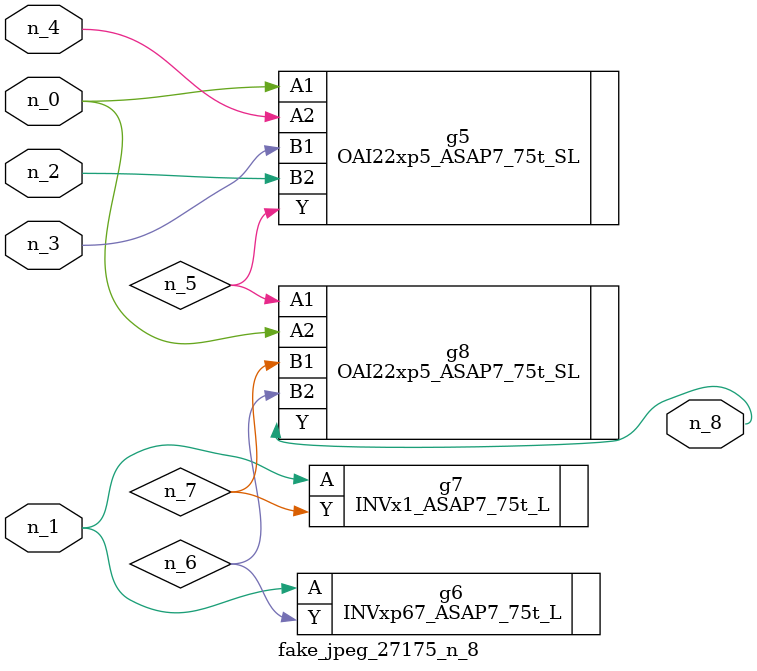
<source format=v>
module fake_jpeg_27175_n_8 (n_3, n_2, n_1, n_0, n_4, n_8);

input n_3;
input n_2;
input n_1;
input n_0;
input n_4;

output n_8;

wire n_6;
wire n_5;
wire n_7;

OAI22xp5_ASAP7_75t_SL g5 ( 
.A1(n_0),
.A2(n_4),
.B1(n_3),
.B2(n_2),
.Y(n_5)
);

INVxp67_ASAP7_75t_L g6 ( 
.A(n_1),
.Y(n_6)
);

INVx1_ASAP7_75t_L g7 ( 
.A(n_1),
.Y(n_7)
);

OAI22xp5_ASAP7_75t_SL g8 ( 
.A1(n_5),
.A2(n_0),
.B1(n_7),
.B2(n_6),
.Y(n_8)
);


endmodule
</source>
